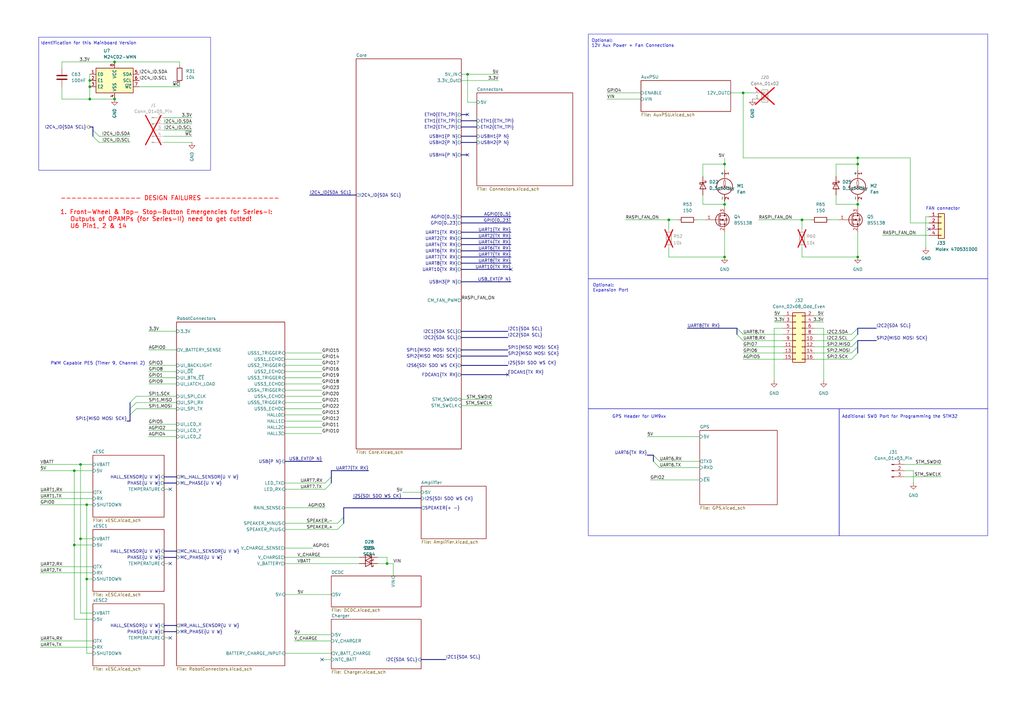
<source format=kicad_sch>
(kicad_sch (version 20250114) (generator "eeschema") (generator_version "9.0")
  (paper "A3")
  (title_block (title "OpenMower SABO Mainboard for Series I & II") (date "2025-02-26") (rev "v0.1") (company "Apeheanger <joerg@ebeling.ws> for OpenMower") (comment 1 "This design is licensed under CC BY-NC 4.0"))
  (lib_symbols
    (symbol "BSS138_1" (pin_names (hide yes))
      (property "Reference" "Q" (at 5.08 1.905 0))
      (property "Value" "BSS138" (at 5.08 0 0))
      (symbol "BSS138_1_1_1"
        (pin input line (at -5.08 0 0) (length 2.54) (name "G") (number "1"))
        (pin passive line (at 2.54 5.08 270) (length 2.54) (name "D") (number "3"))
        (pin passive line (at 2.54 -5.08 90) (length 2.54) (name "S") (number "2"))
      )
    )
    (symbol "Connector:Conn_01x03_Pin" (pin_names (offset 1.016) (hide yes))
      (property "Reference" "J" (at 0 5.08 0))
      (property "Value" "Conn_01x03_Pin" (at 0 -5.08 0))
      (symbol "Conn_01x03_Pin_1_1"
        (pin passive line (at 5.08 2.54 180) (length 3.81) (name "Pin_1") (number "1"))
        (pin passive line (at 5.08 0 180) (length 3.81) (name "Pin_2") (number "2"))
        (pin passive line (at 5.08 -2.54 180) (length 3.81) (name "Pin_3") (number "3"))
      )
    )
    (symbol "Connector:Conn_01x05_Pin" (pin_names (offset 1.016) (hide yes))
      (property "Reference" "J" (at 0 7.62 0))
      (property "Value" "Conn_01x05_Pin" (at 0 -7.62 0))
      (symbol "Conn_01x05_Pin_1_1"
        (pin passive line (at 5.08 5.08 180) (length 3.81) (name "Pin_1") (number "1"))
        (pin passive line (at 5.08 2.54 180) (length 3.81) (name "Pin_2") (number "2"))
        (pin passive line (at 5.08 0 180) (length 3.81) (name "Pin_3") (number "3"))
        (pin passive line (at 5.08 -2.54 180) (length 3.81) (name "Pin_4") (number "4"))
        (pin passive line (at 5.08 -5.08 180) (length 3.81) (name "Pin_5") (number "5"))
      )
    )
    (symbol "Connector_Generic:Conn_01x02" (pin_names (offset 1.016) (hide yes))
      (property "Reference" "J" (at 0 2.54 0))
      (property "Value" "Conn_01x02" (at 0 -5.08 0))
      (symbol "Conn_01x02_1_1"
        (pin passive line (at -5.08 0 0) (length 3.81) (name "Pin_1") (number "1"))
        (pin passive line (at -5.08 -2.54 0) (length 3.81) (name "Pin_2") (number "2"))
      )
    )
    (symbol "Connector_Generic:Conn_01x04" (pin_names (offset 1.016) (hide yes))
      (property "Reference" "J" (at 0 5.08 0))
      (property "Value" "Conn_01x04" (at 0 -7.62 0))
      (symbol "Conn_01x04_1_1"
        (pin passive line (at -5.08 2.54 0) (length 3.81) (name "Pin_1") (number "1"))
        (pin passive line (at -5.08 0 0) (length 3.81) (name "Pin_2") (number "2"))
        (pin passive line (at -5.08 -2.54 0) (length 3.81) (name "Pin_3") (number "3"))
        (pin passive line (at -5.08 -5.08 0) (length 3.81) (name "Pin_4") (number "4"))
      )
    )
    (symbol "Connector_Generic:Conn_02x08_Odd_Even" (pin_names (offset 1.016) (hide yes))
      (property "Reference" "J" (at 1.27 10.16 0))
      (property "Value" "Conn_02x08_Odd_Even" (at 1.27 -12.7 0))
      (symbol "Conn_02x08_Odd_Even_1_1"
        (pin passive line (at -5.08 7.62 0) (length 3.81) (name "Pin_1") (number "1"))
        (pin passive line (at -5.08 5.08 0) (length 3.81) (name "Pin_3") (number "3"))
        (pin passive line (at -5.08 2.54 0) (length 3.81) (name "Pin_5") (number "5"))
        (pin passive line (at -5.08 0 0) (length 3.81) (name "Pin_7") (number "7"))
        (pin passive line (at -5.08 -2.54 0) (length 3.81) (name "Pin_9") (number "9"))
        (pin passive line (at -5.08 -5.08 0) (length 3.81) (name "Pin_11") (number "11"))
        (pin passive line (at -5.08 -7.62 0) (length 3.81) (name "Pin_13") (number "13"))
        (pin passive line (at -5.08 -10.16 0) (length 3.81) (name "Pin_15") (number "15"))
        (pin passive line (at 7.62 7.62 180) (length 3.81) (name "Pin_2") (number "2"))
        (pin passive line (at 7.62 5.08 180) (length 3.81) (name "Pin_4") (number "4"))
        (pin passive line (at 7.62 2.54 180) (length 3.81) (name "Pin_6") (number "6"))
        (pin passive line (at 7.62 0 180) (length 3.81) (name "Pin_8") (number "8"))
        (pin passive line (at 7.62 -2.54 180) (length 3.81) (name "Pin_10") (number "10"))
        (pin passive line (at 7.62 -5.08 180) (length 3.81) (name "Pin_12") (number "12"))
        (pin passive line (at 7.62 -7.62 180) (length 3.81) (name "Pin_14") (number "14"))
        (pin passive line (at 7.62 -10.16 180) (length 3.81) (name "Pin_16") (number "16"))
      )
    )
    (symbol "Device:C" (pin_numbers (hide yes)) (pin_names (offset 0.254))
      (property "Reference" "C" (at 0.635 2.54 0))
      (property "Value" "C" (at 0.635 -2.54 0))
      (symbol "C_1_1"
        (pin passive line (at 0 3.81 270) (length 2.794) (name "~") (number "1"))
        (pin passive line (at 0 -3.81 90) (length 2.794) (name "~") (number "2"))
      )
    )
    (symbol "Device:D_Schottky" (pin_numbers (hide yes)) (pin_names (offset 1.016) (hide yes))
      (property "Reference" "D" (at 0 2.54 0))
      (property "Value" "D_Schottky" (at 0 -2.54 0))
      (symbol "D_Schottky_1_1"
        (pin passive line (at -3.81 0 0) (length 2.54) (name "K") (number "1"))
        (pin passive line (at 3.81 0 180) (length 2.54) (name "A") (number "2"))
      )
    )
    (symbol "Device:R" (pin_numbers (hide yes)) (pin_names (offset 0))
      (property "Reference" "R" (at 2.032 0 90))
      (property "Value" "R" (at 0 0 90))
      (symbol "R_1_1"
        (pin passive line (at 0 3.81 270) (length 1.27) (name "~") (number "1"))
        (pin passive line (at 0 -3.81 90) (length 1.27) (name "~") (number "2"))
      )
    )
    (symbol "Fan_1" (pin_names (offset 0))
      (property "Reference" "M" (at 2.54 5.08 0))
      (property "Value" "Fan" (at 2.54 -2.54 0))
      (symbol "Fan_1_1_1"
        (pin passive line (at 0 7.62 270) (length 2.54) (name "+") (number "1"))
        (pin passive line (at 0 -5.08 90) (length 2.54) (name "-") (number "2"))
      )
    )
    (symbol "Memory_EEPROM:M24C02-WMN"
      (property "Reference" "U" (at -6.35 6.35 0))
      (property "Value" "M24C02-WMN" (at 7.62 6.35 0))
      (symbol "M24C02-WMN_1_1"
        (pin input line (at -10.16 2.54 0) (length 2.54) (name "E0") (number "1"))
        (pin input line (at -10.16 0 0) (length 2.54) (name "E1") (number "2"))
        (pin input line (at -10.16 -2.54 0) (length 2.54) (name "E2") (number "3"))
        (pin power_in line (at 0 7.62 270) (length 2.54) (name "VCC") (number "8"))
        (pin power_in line (at 0 -7.62 90) (length 2.54) (name "VSS") (number "4"))
        (pin bidirectional line (at 10.16 2.54 180) (length 2.54) (name "SDA") (number "5"))
        (pin input line (at 10.16 0 180) (length 2.54) (name "SCL") (number "6"))
        (pin input line (at 10.16 -2.54 180) (length 2.54) (name "~{WC}") (number "7"))
      )
    )
    (symbol "Motor:Fan" (pin_names (offset 0))
      (property "Reference" "M" (at 2.54 5.08 0))
      (property "Value" "Fan" (at 2.54 -2.54 0))
      (symbol "Fan_1_1"
        (pin passive line (at 0 7.62 270) (length 2.54) (name "+") (number "1"))
        (pin passive line (at 0 -5.08 90) (length 2.54) (name "-") (number "2"))
      )
    )
    (symbol "Transistor_FET:BSS138" (pin_names (hide yes))
      (property "Reference" "Q" (at 5.08 1.905 0))
      (property "Value" "BSS138" (at 5.08 0 0))
      (symbol "BSS138_1_1"
        (pin input line (at -5.08 0 0) (length 2.54) (name "G") (number "1"))
        (pin passive line (at 2.54 5.08 270) (length 2.54) (name "D") (number "3"))
        (pin passive line (at 2.54 -5.08 90) (length 2.54) (name "S") (number "2"))
      )
    )
    (symbol "power:GND" (power) (pin_numbers (hide yes)) (pin_names (offset 0) (hide yes))
      (property "Value" "GND" (at 0 -3.81 0))
      (symbol "GND_1_1"
        (pin power_in line (at 0 0 270) (length 0) (name "~") (number "1"))
      )
    )
  )
  (rectangle (start 344.17 167.64) (end 405.13 219.71))
  (rectangle (start 241.3 167.64) (end 344.17 219.71))
  (rectangle (start 15.875 15.24) (end 86.36 69.85))
  (rectangle (start 241.3 13.97) (end 405.13 114.3))
  (rectangle (start 241.3 114.3) (end 405.13 167.64))
  (text "FAN connector\n" (at 379.73 86.36 0) (effects (font (size 1.27 1.27)) (justify left bottom)))
  (text "Additional SWD Port for Programming the STM32" (at 369.062 170.942 0) (effects (font (size 1.27 1.27))))
  (text "Optional:\n12V Aux Power + Fan Connections" (at 242.57 17.78 0) (effects (font (size 1.27 1.27)) (justify left)))
  (text "GPS Header for UM9xx" (at 262.128 170.942 0) (effects (font (size 1.27 1.27))))
  (text "Optional:\nExpansion Port" (at 243.078 118.11 0) (effects (font (size 1.27 1.27)) (justify left)))
  (text "--------------- DESIGN FAILURES --------------\n\n1. Front-Wheel & Top- Stop-Button Emergencies for Series-I:\n   Outputs of OPAMPs (for Series-II) need to get cutted!\n   U6 Pin1, 2 & 14" (at 24.638 87.122 0) (effects (font (size 1.778 1.778) (thickness 0.254) (bold yes)) (justify left)))
  (text "PWM Capable PE5 (Timer 9, Channel 2)" (at 40.132 149.098 0) (effects (font (size 1.27 1.27))))
  (text "Identification for this Mainboard Version" (at 36.322 17.78 0) (effects (font (size 1.27 1.27))))
  (junction (at 46.99 25.4))
  (junction (at 304.8 38.1))
  (junction (at 30.48 223.52))
  (junction (at 35.56 237.49))
  (junction (at 351.79 67.31))
  (junction (at 36.83 35.56))
  (junction (at 33.02 190.5))
  (junction (at 36.83 33.02))
  (junction (at 158.75 231.14))
  (junction (at 30.48 193.04))
  (junction (at 328.93 90.17))
  (junction (at 297.18 83.82))
  (junction (at 274.32 90.17))
  (junction (at 35.56 207.01))
  (junction (at 36.83 40.64))
  (junction (at 351.79 83.82))
  (junction (at 191.77 30.48))
  (junction (at 33.02 220.98))
  (junction (at 297.18 67.31))
  (junction (at 351.79 64.77))
  (junction (at 46.99 40.64))
  (junction (at 297.18 105.41))
  (junction (at 351.79 105.41))
  (no_connect (at 191.77 46.99))
  (no_connect (at 69.85 231.14))
  (no_connect (at 209.55 110.49))
  (no_connect (at 69.85 261.62))
  (no_connect (at 69.85 200.66))
  (no_connect (at 208.28 153.67))
  (no_connect (at 381 93.98))
  (no_connect (at 191.77 63.5))
  (no_connect (at 132.08 270.51))
  (bus_entry (at 38.1 53.34) (size 2.54 2.54))
  (bus_entry (at 302.26 134.62) (size 2.54 2.54))
  (bus_entry (at 267.97 186.69) (size 2.54 2.54))
  (bus_entry (at 351.79 139.7) (size -2.54 2.54))
  (bus_entry (at 351.79 142.24) (size -2.54 2.54))
  (bus_entry (at 351.79 144.78) (size -2.54 2.54))
  (bus_entry (at 38.1 55.88) (size 2.54 2.54))
  (bus_entry (at 53.34 167.64) (size 2.54 -2.54))
  (bus_entry (at 138.43 217.17) (size 2.54 -2.54))
  (bus_entry (at 133.35 198.12) (size 2.54 -2.54))
  (bus_entry (at 267.97 189.23) (size 2.54 2.54))
  (bus_entry (at 138.43 214.63) (size 2.54 -2.54))
  (bus_entry (at 53.34 165.1) (size 2.54 -2.54))
  (bus_entry (at 302.26 137.16) (size 2.54 2.54))
  (bus_entry (at 351.79 137.16) (size -2.54 2.54))
  (bus_entry (at 133.35 200.66) (size 2.54 -2.54))
  (bus_entry (at 53.34 170.18) (size 2.54 -2.54))
  (bus_entry (at 351.79 134.62) (size -2.54 2.54))
  (wire (pts (xy 30.48 223.52) (xy 38.1 223.52)))
  (wire (pts (xy 73.66 26.67) (xy 73.66 25.4)))
  (wire (pts (xy 370.84 195.58) (xy 386.08 195.58)))
  (bus (pts (xy 189.23 153.67) (xy 208.28 153.67)))
  (wire (pts (xy 60.96 173.99) (xy 72.39 173.99)))
  (wire (pts (xy 351.79 64.77) (xy 351.79 67.31)))
  (wire (pts (xy 288.29 80.01) (xy 288.29 83.82)))
  (wire (pts (xy 16.51 234.95) (xy 38.1 234.95)))
  (wire (pts (xy 67.31 231.14) (xy 69.85 231.14)))
  (wire (pts (xy 191.77 41.91) (xy 191.77 30.48)))
  (wire (pts (xy 285.75 90.17) (xy 289.56 90.17)))
  (wire (pts (xy 337.82 134.62) (xy 334.01 134.62)))
  (wire (pts (xy 16.51 204.47) (xy 38.1 204.47)))
  (wire (pts (xy 311.15 90.17) (xy 328.93 90.17)))
  (wire (pts (xy 116.84 162.56) (xy 132.08 162.56)))
  (wire (pts (xy 36.83 33.02) (xy 36.83 35.56)))
  (bus (pts (xy 302.26 134.62) (xy 281.94 134.62)))
  (bus (pts (xy 189.23 58.42) (xy 195.58 58.42)))
  (wire (pts (xy 342.9 83.82) (xy 351.79 83.82)))
  (bus (pts (xy 53.34 172.72) (xy 53.34 170.18)))
  (bus (pts (xy 67.31 228.6) (xy 72.39 228.6)))
  (wire (pts (xy 288.29 67.31) (xy 297.18 67.31)))
  (wire (pts (xy 116.84 157.48) (xy 132.08 157.48)))
  (bus (pts (xy 189.23 100.33) (xy 209.55 100.33)))
  (bus (pts (xy 38.1 52.07) (xy 38.1 53.34)))
  (wire (pts (xy 116.84 172.72) (xy 132.08 172.72)))
  (wire (pts (xy 256.54 90.17) (xy 274.32 90.17)))
  (wire (pts (xy 116.84 149.86) (xy 132.08 149.86)))
  (wire (pts (xy 60.96 176.53) (xy 72.39 176.53)))
  (wire (pts (xy 381 91.44) (xy 373.38 91.44)))
  (bus (pts (xy 67.31 198.12) (xy 72.39 198.12)))
  (wire (pts (xy 342.9 80.01) (xy 342.9 83.82)))
  (bus (pts (xy 189.23 135.89) (xy 208.28 135.89)))
  (wire (pts (xy 265.43 179.07) (xy 287.02 179.07)))
  (wire (pts (xy 73.66 35.56) (xy 73.66 34.29)))
  (wire (pts (xy 116.84 175.26) (xy 132.08 175.26)))
  (wire (pts (xy 297.18 105.41) (xy 297.18 95.25)))
  (wire (pts (xy 35.56 267.97) (xy 38.1 267.97)))
  (bus (pts (xy 189.23 107.95) (xy 209.55 107.95)))
  (wire (pts (xy 297.18 67.31) (xy 297.18 69.85)))
  (wire (pts (xy 116.84 267.97) (xy 135.89 267.97)))
  (wire (pts (xy 274.32 90.17) (xy 278.13 90.17)))
  (wire (pts (xy 299.72 38.1) (xy 304.8 38.1)))
  (wire (pts (xy 25.4 25.4) (xy 25.4 27.94)))
  (bus (pts (xy 52.07 172.72) (xy 53.34 172.72)))
  (wire (pts (xy 116.84 224.79) (xy 128.27 224.79)))
  (wire (pts (xy 25.4 35.56) (xy 25.4 40.64)))
  (wire (pts (xy 30.48 193.04) (xy 38.1 193.04)))
  (wire (pts (xy 328.93 105.41) (xy 351.79 105.41)))
  (wire (pts (xy 60.96 157.48) (xy 72.39 157.48)))
  (wire (pts (xy 30.48 223.52) (xy 30.48 254)))
  (bus (pts (xy 351.79 142.24) (xy 351.79 144.78)))
  (wire (pts (xy 342.9 67.31) (xy 351.79 67.31)))
  (wire (pts (xy 30.48 193.04) (xy 30.48 223.52)))
  (wire (pts (xy 297.18 83.82) (xy 297.18 85.09)))
  (wire (pts (xy 60.96 154.94) (xy 72.39 154.94)))
  (bus (pts (xy 189.23 52.07) (xy 195.58 52.07)))
  (wire (pts (xy 116.84 154.94) (xy 132.08 154.94)))
  (wire (pts (xy 60.96 149.86) (xy 72.39 149.86)))
  (bus (pts (xy 189.23 149.86) (xy 208.28 149.86)))
  (wire (pts (xy 328.93 93.98) (xy 328.93 90.17)))
  (bus (pts (xy 189.23 55.88) (xy 195.58 55.88)))
  (wire (pts (xy 33.02 251.46) (xy 38.1 251.46)))
  (wire (pts (xy 116.84 200.66) (xy 133.35 200.66)))
  (wire (pts (xy 120.65 262.89) (xy 135.89 262.89)))
  (wire (pts (xy 36.83 30.48) (xy 36.83 33.02)))
  (bus (pts (xy 189.23 49.53) (xy 195.58 49.53)))
  (bus (pts (xy 302.26 134.62) (xy 302.26 137.16)))
  (wire (pts (xy 132.08 270.51) (xy 135.89 270.51)))
  (wire (pts (xy 195.58 41.91) (xy 191.77 41.91)))
  (wire (pts (xy 57.15 35.56) (xy 73.66 35.56)))
  (wire (pts (xy 154.94 228.6) (xy 158.75 228.6)))
  (bus (pts (xy 67.31 256.54) (xy 72.39 256.54)))
  (wire (pts (xy 135.89 260.35) (xy 120.65 260.35)))
  (wire (pts (xy 116.84 208.28) (xy 133.35 208.28)))
  (wire (pts (xy 55.88 165.1) (xy 72.39 165.1)))
  (wire (pts (xy 361.95 96.52) (xy 381 96.52)))
  (wire (pts (xy 304.8 144.78) (xy 321.31 144.78)))
  (bus (pts (xy 189.23 105.41) (xy 209.55 105.41)))
  (bus (pts (xy 53.34 167.64) (xy 53.34 165.1)))
  (wire (pts (xy 116.84 177.8) (xy 132.08 177.8)))
  (wire (pts (xy 189.23 166.37) (xy 201.93 166.37)))
  (wire (pts (xy 288.29 72.39) (xy 288.29 67.31)))
  (bus (pts (xy 189.23 88.9) (xy 209.55 88.9)))
  (wire (pts (xy 33.02 220.98) (xy 38.1 220.98)))
  (bus (pts (xy 67.31 259.08) (xy 72.39 259.08)))
  (wire (pts (xy 342.9 72.39) (xy 342.9 67.31)))
  (wire (pts (xy 317.5 129.54) (xy 321.31 129.54)))
  (wire (pts (xy 191.77 30.48) (xy 204.47 30.48)))
  (wire (pts (xy 370.84 193.04) (xy 374.65 193.04)))
  (wire (pts (xy 78.74 55.88) (xy 67.31 55.88)))
  (wire (pts (xy 317.5 132.08) (xy 321.31 132.08)))
  (wire (pts (xy 78.74 53.34) (xy 67.31 53.34)))
  (wire (pts (xy 317.5 156.21) (xy 317.5 134.62)))
  (wire (pts (xy 154.94 231.14) (xy 158.75 231.14)))
  (wire (pts (xy 55.88 167.64) (xy 72.39 167.64)))
  (wire (pts (xy 116.84 198.12) (xy 133.35 198.12)))
  (bus (pts (xy 140.97 214.63) (xy 140.97 212.09)))
  (wire (pts (xy 328.93 101.6) (xy 328.93 105.41)))
  (wire (pts (xy 33.02 190.5) (xy 33.02 220.98)))
  (wire (pts (xy 189.23 163.83) (xy 201.93 163.83)))
  (wire (pts (xy 67.31 200.66) (xy 69.85 200.66)))
  (wire (pts (xy 116.84 170.18) (xy 132.08 170.18)))
  (wire (pts (xy 270.51 189.23) (xy 287.02 189.23)))
  (wire (pts (xy 16.51 193.04) (xy 30.48 193.04)))
  (bus (pts (xy 144.78 204.47) (xy 172.72 204.47)))
  (bus (pts (xy 265.43 186.69) (xy 267.97 186.69)))
  (wire (pts (xy 304.8 64.77) (xy 304.8 38.1)))
  (bus (pts (xy 189.23 110.49) (xy 209.55 110.49)))
  (wire (pts (xy 321.31 147.32) (xy 304.8 147.32)))
  (wire (pts (xy 304.8 139.7) (xy 321.31 139.7)))
  (wire (pts (xy 370.84 190.5) (xy 386.08 190.5)))
  (wire (pts (xy 334.01 139.7) (xy 349.25 139.7)))
  (wire (pts (xy 158.75 231.14) (xy 161.29 231.14)))
  (wire (pts (xy 340.36 90.17) (xy 344.17 90.17)))
  (wire (pts (xy 60.96 152.4) (xy 72.39 152.4)))
  (wire (pts (xy 270.51 191.77) (xy 287.02 191.77)))
  (wire (pts (xy 116.84 231.14) (xy 147.32 231.14)))
  (bus (pts (xy 351.79 139.7) (xy 351.79 142.24)))
  (bus (pts (xy 189.23 97.79) (xy 209.55 97.79)))
  (wire (pts (xy 337.82 132.08) (xy 334.01 132.08)))
  (bus (pts (xy 189.23 138.43) (xy 208.28 138.43)))
  (wire (pts (xy 36.83 35.56) (xy 36.83 40.64)))
  (bus (pts (xy 189.23 115.57) (xy 209.55 115.57)))
  (wire (pts (xy 30.48 254) (xy 38.1 254)))
  (wire (pts (xy 248.92 38.1) (xy 262.89 38.1)))
  (bus (pts (xy 127 80.01) (xy 146.05 80.01)))
  (wire (pts (xy 33.02 190.5) (xy 38.1 190.5)))
  (bus (pts (xy 116.84 189.23) (xy 132.08 189.23)))
  (wire (pts (xy 297.18 82.55) (xy 297.18 83.82)))
  (wire (pts (xy 334.01 142.24) (xy 349.25 142.24)))
  (bus (pts (xy 189.23 102.87) (xy 209.55 102.87)))
  (wire (pts (xy 334.01 147.32) (xy 349.25 147.32)))
  (wire (pts (xy 161.29 231.14) (xy 161.29 236.22)))
  (wire (pts (xy 288.29 83.82) (xy 297.18 83.82)))
  (bus (pts (xy 36.83 52.07) (xy 38.1 52.07)))
  (wire (pts (xy 35.56 237.49) (xy 35.56 267.97)))
  (wire (pts (xy 248.92 40.64) (xy 262.89 40.64)))
  (wire (pts (xy 334.01 144.78) (xy 349.25 144.78)))
  (wire (pts (xy 297.18 64.77) (xy 297.18 67.31)))
  (wire (pts (xy 35.56 207.01) (xy 35.56 237.49)))
  (wire (pts (xy 351.79 67.31) (xy 351.79 69.85)))
  (bus (pts (xy 189.23 146.05) (xy 208.28 146.05)))
  (wire (pts (xy 116.84 165.1) (xy 132.08 165.1)))
  (bus (pts (xy 189.23 143.51) (xy 208.28 143.51)))
  (wire (pts (xy 116.84 160.02) (xy 132.08 160.02)))
  (bus (pts (xy 189.23 95.25) (xy 209.55 95.25)))
  (wire (pts (xy 381 88.9) (xy 379.73 88.9)))
  (wire (pts (xy 72.39 135.89) (xy 60.96 135.89)))
  (wire (pts (xy 16.51 232.41) (xy 38.1 232.41)))
  (bus (pts (xy 267.97 186.69) (xy 267.97 189.23)))
  (wire (pts (xy 73.66 25.4) (xy 46.99 25.4)))
  (wire (pts (xy 116.84 152.4) (xy 132.08 152.4)))
  (bus (pts (xy 189.23 63.5) (xy 191.77 63.5)))
  (wire (pts (xy 40.64 55.88) (xy 53.34 55.88)))
  (wire (pts (xy 304.8 137.16) (xy 321.31 137.16)))
  (wire (pts (xy 351.79 64.77) (xy 304.8 64.77)))
  (wire (pts (xy 379.73 88.9) (xy 379.73 101.6)))
  (wire (pts (xy 116.84 214.63) (xy 138.43 214.63)))
  (wire (pts (xy 334.01 137.16) (xy 349.25 137.16)))
  (wire (pts (xy 33.02 220.98) (xy 33.02 251.46)))
  (wire (pts (xy 351.79 83.82) (xy 351.79 85.09)))
  (wire (pts (xy 60.96 179.07) (xy 72.39 179.07)))
  (bus (pts (xy 359.41 134.62) (xy 351.79 134.62)))
  (bus (pts (xy 140.97 208.28) (xy 172.72 208.28)))
  (wire (pts (xy 317.5 134.62) (xy 321.31 134.62)))
  (bus (pts (xy 140.97 212.09) (xy 140.97 208.28)))
  (bus (pts (xy 189.23 91.44) (xy 209.55 91.44)))
  (bus (pts (xy 53.34 167.64) (xy 53.34 170.18)))
  (wire (pts (xy 35.56 237.49) (xy 38.1 237.49)))
  (wire (pts (xy 189.23 30.48) (xy 191.77 30.48)))
  (bus (pts (xy 151.13 193.04) (xy 135.89 193.04)))
  (wire (pts (xy 116.84 167.64) (xy 132.08 167.64)))
  (wire (pts (xy 38.1 207.01) (xy 35.56 207.01)))
  (wire (pts (xy 266.7 196.85) (xy 287.02 196.85)))
  (bus (pts (xy 67.31 226.06) (xy 72.39 226.06)))
  (wire (pts (xy 16.51 190.5) (xy 33.02 190.5)))
  (wire (pts (xy 60.96 143.51) (xy 72.39 143.51)))
  (wire (pts (xy 55.88 162.56) (xy 72.39 162.56)))
  (bus (pts (xy 67.31 195.58) (xy 72.39 195.58)))
  (wire (pts (xy 158.75 228.6) (xy 158.75 231.14)))
  (wire (pts (xy 78.74 58.42) (xy 67.31 58.42)))
  (bus (pts (xy 135.89 193.04) (xy 135.89 195.58)))
  (wire (pts (xy 274.32 101.6) (xy 274.32 105.41)))
  (wire (pts (xy 337.82 156.21) (xy 337.82 134.62)))
  (wire (pts (xy 374.65 193.04) (xy 374.65 198.12)))
  (wire (pts (xy 304.8 142.24) (xy 321.31 142.24)))
  (wire (pts (xy 274.32 93.98) (xy 274.32 90.17)))
  (wire (pts (xy 116.84 243.84) (xy 135.89 243.84)))
  (wire (pts (xy 40.64 58.42) (xy 53.34 58.42)))
  (wire (pts (xy 373.38 64.77) (xy 373.38 91.44)))
  (wire (pts (xy 116.84 147.32) (xy 132.08 147.32)))
  (wire (pts (xy 328.93 90.17) (xy 332.74 90.17)))
  (wire (pts (xy 304.8 38.1) (xy 308.61 38.1)))
  (bus (pts (xy 351.79 134.62) (xy 351.79 137.16)))
  (wire (pts (xy 165.1 201.93) (xy 172.72 201.93)))
  (bus (pts (xy 135.89 195.58) (xy 135.89 198.12)))
  (wire (pts (xy 67.31 261.62) (xy 69.85 261.62)))
  (wire (pts (xy 116.84 228.6) (xy 147.32 228.6)))
  (bus (pts (xy 189.23 46.99) (xy 191.77 46.99)))
  (wire (pts (xy 274.32 105.41) (xy 297.18 105.41)))
  (wire (pts (xy 78.74 48.26) (xy 67.31 48.26)))
  (wire (pts (xy 116.84 217.17) (xy 138.43 217.17)))
  (wire (pts (xy 16.51 262.89) (xy 38.1 262.89)))
  (wire (pts (xy 25.4 40.64) (xy 36.83 40.64)))
  (wire (pts (xy 16.51 201.93) (xy 38.1 201.93)))
  (wire (pts (xy 46.99 25.4) (xy 25.4 25.4)))
  (wire (pts (xy 78.74 50.8) (xy 67.31 50.8)))
  (wire (pts (xy 16.51 265.43) (xy 38.1 265.43)))
  (wire (pts (xy 351.79 105.41) (xy 351.79 95.25)))
  (wire (pts (xy 16.51 207.01) (xy 35.56 207.01)))
  (wire (pts (xy 351.79 82.55) (xy 351.79 83.82)))
  (wire (pts (xy 189.23 33.02) (xy 204.47 33.02)))
  (bus (pts (xy 172.72 270.51) (xy 182.88 270.51)))
  (wire (pts (xy 116.84 144.78) (xy 132.08 144.78)))
  (bus (pts (xy 38.1 53.34) (xy 38.1 55.88)))
  (wire (pts (xy 36.83 40.64) (xy 46.99 40.64)))
  (bus (pts (xy 359.41 139.7) (xy 351.79 139.7)))
  (wire (pts (xy 337.82 129.54) (xy 334.01 129.54)))
  (wire (pts (xy 351.79 64.77) (xy 373.38 64.77)))
  (label "STM_SWDIO" (at 386.08 190.5 180))
  (label "5V" (at 16.51 193.04 0))
  (label "UART4{TX RX}" (at 209.55 100.33 180))
  (label "GPIO[0..23]" (at 209.55 91.44 180))
  (label "GPIO5" (at 60.96 173.99 0))
  (label "RASPI_FAN_ON" (at 189.23 123.19 0))
  (label "UART8.TX" (at 304.8 137.16 0))
  (label "UART7.RX" (at 123.19 198.12 0))
  (label "SPI1.SCK" (at 60.96 162.56 0))
  (label "UART10{TX RX}" (at 209.55 110.49 180))
  (label "I2C4_ID.SCL" (at 53.34 58.42 180))
  (label "AGPIO3" (at 133.35 208.28 180))
  (label "AGPIO5" (at 304.8 147.32 0))
  (label "I2C2.SDA" (at 339.09 137.16 0))
  (label "STM_SWDIO" (at 201.93 163.83 180))
  (label "AGPIO2" (at 60.96 176.53 0))
  (label "GPIO15" (at 132.08 144.78 0))
  (label "I2C4_ID{SDA SCL}" (at 127 80.01 0))
  (label "UART4.TX" (at 16.51 265.43 0))
  (label "UART7{TX RX}" (at 151.13 193.04 180))
  (label "STM_SWCLK" (at 386.08 195.58 180))
  (label "5V" (at 120.65 260.35 0))
  (label "GPIO23" (at 132.08 160.02 0))
  (label "FDCAN1{TX RX}" (at 208.28 153.67 0))
  (label "AGPIO[0..5]" (at 209.55 88.9 180))
  (label "SPI2.MOSI" (at 339.09 144.78 0))
  (label "SPI1.MOSI" (at 60.96 167.64 0))
  (label "RASPI_FAN_ON" (at 361.95 96.52 0))
  (label "GPIO0" (at 16.51 207.01 0))
  (label "UART7.TX" (at 123.19 200.66 0))
  (label "3.3V" (at 36.83 25.4 180))
  (label "I2S{SDI SDO WS CK}" (at 144.78 204.47 0))
  (label "UART1.RX" (at 16.51 201.93 0))
  (label "I2C4_ID.SDA" (at 57.15 30.48 0))
  (label "GPIO10" (at 132.08 177.8 0))
  (label "I2C4_ID.SCL" (at 57.15 33.02 0))
  (label "I2C2{SDA SCL}" (at 208.28 138.43 0))
  (label "UART8{TX RX}" (at 281.94 134.62 0))
  (label "SPI2{MISO MOSI SCK}" (at 208.28 146.05 0))
  (label "5V" (at 317.5 129.54 0))
  (label "I2C4_ID.SDA" (at 78.74 50.8 180))
  (label "GPIO14" (at 132.08 147.32 0))
  (label "5V" (at 165.1 201.93 180))
  (label "3.3V" (at 317.5 132.08 0))
  (label "5V" (at 204.47 30.48 180))
  (label "GPIO11" (at 132.08 175.26 0))
  (label "GPIO16" (at 132.08 152.4 0))
  (label "3.3V" (at 337.82 132.08 180))
  (label "UART2.TX" (at 16.51 234.95 0))
  (label "RASPI_FAN_ON" (at 256.54 90.17 0))
  (label "5V" (at 265.43 179.07 0))
  (label "UART4.RX" (at 16.51 262.89 0))
  (label "AGPIO0" (at 60.96 143.51 0))
  (label "GPIO17" (at 132.08 149.86 0))
  (label "SPI1{MISO MOSI SCK}" (at 208.28 143.51 0))
  (label "GPIO8" (at 60.96 152.4 0))
  (label "GPIO12" (at 132.08 172.72 0))
  (label "AGPIO4" (at 60.96 179.07 0))
  (label "~{WC}" (at 78.74 55.88 180))
  (label "GPIO9" (at 60.96 157.48 0))
  (label "GPIO13" (at 132.08 170.18 0))
  (label "5V" (at 337.82 129.54 180))
  (label "I2C1{SDA SCL}" (at 182.88 270.51 0))
  (label "GPIO20" (at 132.08 162.56 0))
  (label "GPIO2" (at 266.7 196.85 0))
  (label "I2C4_ID.SDA" (at 53.34 55.88 180))
  (label "SPI2{MISO MOSI SCK}" (at 359.41 139.7 0))
  (label "AGPIO1" (at 128.27 224.79 0))
  (label "SPEAKER.-" (at 125.73 214.63 0))
  (label "UART6{TX RX}" (at 265.43 186.69 180))
  (label "I2C4_ID.SCL" (at 78.74 53.34 180))
  (label "STM_SWCLK" (at 201.93 166.37 180))
  (label "GPIO21" (at 132.08 165.1 0))
  (label "I2C2.SCL" (at 339.09 139.7 0))
  (label "GPIO7" (at 304.8 142.24 0))
  (label "UART6.RX" (at 270.51 189.23 0))
  (label "VIN" (at 161.29 231.14 0))
  (label "V_CHARGE" (at 121.92 228.6 0))
  (label "3.3V" (at 60.96 135.89 0))
  (label "VIN" (at 248.92 40.64 0))
  (label "I2S{SDI SDO WS CK}" (at 208.28 149.86 0))
  (label "GPIO1" (at 60.96 154.94 0))
  (label "VBATT" (at 121.92 231.14 0))
  (label "I2C1{SDA SCL}" (at 208.28 135.89 0))
  (label "UART6{TX RX}" (at 209.55 102.87 180))
  (label "VBATT" (at 16.51 190.5 0))
  (label "V_CHARGE" (at 120.65 262.89 0))
  (label "SPEAKER.+" (at 125.73 217.17 0))
  (label "GPIO6" (at 304.8 144.78 0))
  (label "GPIO4" (at 248.92 38.1 0))
  (label "3.3V" (at 78.74 48.26 180))
  (label "RASPI_FAN_ON" (at 311.15 90.17 0))
  (label "UART8{TX RX}" (at 209.55 107.95 180))
  (label "UART6.TX" (at 270.51 191.77 0))
  (label "GPIO22" (at 132.08 167.64 0))
  (label "5V" (at 297.18 64.77 180))
  (label "UART2.RX" (at 16.51 232.41 0))
  (label "SPI2.MISO" (at 339.09 142.24 0))
  (label "5V" (at 124.46 243.84 180))
  (label "UART2{TX RX}" (at 209.55 97.79 180))
  (label "UART7{TX RX}" (at 209.55 105.41 180))
  (label "USB_EXT{P N}" (at 132.08 189.23 180))
  (label "SPI2.SCK" (at 339.09 147.32 0))
  (label "GPIO18" (at 132.08 157.48 0))
  (label "GPIO19" (at 132.08 154.94 0))
  (label "UART1.TX" (at 16.51 204.47 0))
  (label "SPI1{MISO MOSI SCK}" (at 52.07 172.72 180))
  (label "~{WC}" (at 73.66 35.56 180))
  (label "I2C2{SDA SCL}" (at 359.41 134.62 0))
  (label "USB_EXT{P N}" (at 209.55 115.57 180))
  (label "SPI1.MISO" (at 60.96 165.1 0))
  (label "UART1{TX RX}" (at 209.55 95.25 180))
  (label "3.3V" (at 204.47 33.02 180))
  (label "UART8.RX" (at 304.8 139.7 0))
  (label "GPIO3" (at 60.96 149.86 0))
  (hierarchical_label "I2C4_ID{SDA SCL}" (shape output) (at 36.83 52.07 180))
  (symbol (lib_id "Connector_Generic:Conn_02x08_Odd_Even") (at 326.39 137.16 0) (unit 1)
    (property "Reference" "J32" (at 327.66 123.19 0))
    (property "Value" "Conn_02x08_Odd_Even" (at 327.66 125.73 0))
    (property "Footprint" "Connector_PinHeader_2.54mm:PinHeader_2x08_P2.54mm_Vertical" (effects (hide yes)))
    (property "Description" "Generic connector, double row, 02x08, odd/even pin numbering scheme (row 1 odd numbers, row 2 even numbers), script generated (kicad-library-utils/schlib/autogen/connector/)" (effects (hide yes)))
    (property "JLC" "C779499" (effects (hide yes)))
    (property "FT Rotation Offset" "90" (effects (hide yes)))
  )
  (symbol (lib_id "Connector:Conn_01x03_Pin") (at 365.76 193.04 0) (unit 1)
    (property "Reference" "J31" (at 366.395 185.42 0))
    (property "Value" "Conn_01x03_Pin" (at 366.395 187.96 0))
    (property "Footprint" "Connector_PinHeader_2.54mm:PinHeader_1x03_P2.54mm_Vertical" (effects (hide yes)))
    (property "Description" "Generic connector, single row, 01x03, script generated" (effects (hide yes)))
    (property "JLC" "C6332196" (effects (hide yes)))
    (property "FT Rotation Offset" "90" (effects (hide yes)))
  )
  (symbol (lib_name "Fan_1") (lib_id "Motor:Fan") (at 351.79 77.47 0) (unit 1)
    (property "Reference" "M2" (at 356.87 76.1999 0) (effects (justify left)))
    (property "Value" "Fan" (at 356.87 78.7399 0) (effects (justify left)))
    (property "Footprint" "Connector_PinHeader_2.54mm:PinHeader_1x02_P2.54mm_Vertical" (effects (hide yes)))
    (property "Description" "Fan" (effects (hide yes)))
    (property "Stock_PN" "J-TH-1x2-.1" (effects (hide yes)))
    (property "JLC" "C2935908" (effects (hide yes)))
    (property "FT Rotation Offset" "90" (effects (hide yes)))
  )
  (symbol (lib_id "Device:D_Schottky") (at 151.13 228.6 180) (unit 1)
    (property "Reference" "D28" (at 151.4475 222.25 0))
    (property "Value" "SS54" (at 151.4475 224.79 0))
    (property "Footprint" "Diode_SMD:D_SMA" (effects (hide yes)))
    (property "Digikey" "3757-SB54AFC_R1_00001CT-ND" (effects (hide yes)))
    (property "Stock_PN" "D-SMA-Schottky-40V-5A" (effects (hide yes)))
    (property "JLC" "C22452" (effects (hide yes)))
  )
  (symbol (lib_name "BSS138_1") (lib_id "Transistor_FET:BSS138") (at 349.25 90.17 0) (unit 1)
    (property "Reference" "Q5" (at 355.6 88.8999 0) (effects (justify left)))
    (property "Value" "BSS138" (at 355.6 91.4399 0) (effects (justify left)))
    (property "Footprint" "Package_TO_SOT_SMD:SOT-23" (effects (hide yes)))
    (property "Datasheet" "https://www.onsemi.com/pub/Collateral/BSS138-D.PDF" (effects (hide yes)))
    (property "Description" "50V Vds, 0.22A Id, N-Channel MOSFET, SOT-23" (effects (hide yes)))
    (property "Stock_PN" "Q-AP2300" (effects (hide yes)))
    (property "Digikey" "BSS138K-13DICT-ND" (effects (hide yes)))
    (property "JLC" "C3040446" (effects (hide yes)))
  )
  (symbol (lib_id "power:GND") (at 46.99 40.64 0) (mirror y) (unit 1)
    (property "Reference" "#PWR066" (effects (hide yes)))
    (property "Value" "GND" (at 46.9901 44.45 90) (effects (justify right)))
    (property "Description" "Power symbol creates a global label with name \"GND\" , ground" (effects (hide yes)))
  )
  (symbol (lib_id "Motor:Fan") (at 297.18 77.47 0) (unit 1)
    (property "Reference" "M1" (at 302.26 76.1999 0) (effects (justify left)))
    (property "Value" "Fan" (at 302.26 78.7399 0) (effects (justify left)))
    (property "Footprint" "Connector_PinHeader_2.54mm:PinHeader_1x02_P2.54mm_Vertical" (effects (hide yes)))
    (property "Description" "Fan" (effects (hide yes)))
    (property "Stock_PN" "J-TH-1x2-.1" (effects (hide yes)))
    (property "JLC" "C2935908" (effects (hide yes)))
    (property "FT Rotation Offset" "90" (effects (hide yes)))
  )
  (symbol (lib_id "Device:R") (at 274.32 97.79 180) (unit 1) (dnp yes)
    (property "Reference" "R52" (at 276.098 96.8815 0) (effects (justify right)))
    (property "Value" "10k" (at 276.098 99.6566 0) (effects (justify right)))
    (property "Footprint" "Resistor_SMD:R_0805_2012Metric_Pad1.20x1.40mm_HandSolder" (effects (hide yes)))
    (property "Digikey" "738-RMCF0805FG10K0CT-ND" (effects (hide yes)))
    (property "Stock_PN" "R-805-10K-.125W-1%" (effects (hide yes)))
    (property "JLC" "C17414" (effects (hide yes)))
  )
  (symbol (lib_id "Device:D_Schottky") (at 151.13 231.14 180) (unit 1)
    (property "Reference" "D15" (at 151.4475 224.79 0))
    (property "Value" "SS54" (at 151.384 227.33 0))
    (property "Footprint" "Diode_SMD:D_SMA" (effects (hide yes)))
    (property "Digikey" "3757-SB54AFC_R1_00001CT-ND" (effects (hide yes)))
    (property "Stock_PN" "D-SMA-Schottky-40V-5A" (effects (hide yes)))
    (property "JLC" "C22452" (effects (hide yes)))
  )
  (symbol (lib_id "Memory_EEPROM:M24C02-WMN") (at 46.99 33.02 0) (unit 1)
    (property "Reference" "U7" (at 42.418 20.828 0) (effects (justify left)))
    (property "Value" "M24C02-WMN" (at 42.418 23.368 0) (effects (justify left)))
    (property "Footprint" "Package_SO:SOIC-8_3.9x4.9mm_P1.27mm" (effects (hide yes)))
    (property "Datasheet" "http://www.st.com/content/ccc/resource/technical/document/datasheet/b0/d8/50/40/5a/85/49/6f/DM00071904.pdf/files/DM00071904.pdf/jcr:content/translations/en.DM00071904.pdf" (effects (hide yes)))
    (property "Description" "2Kb (256x8) I2C Serial EEPROM, 2.5-5.5V, SOIC-8" (effects (hide yes)))
    (property "JLC" "C7562" (effects (hide yes)))
  )
  (symbol (lib_id "Transistor_FET:BSS138") (at 294.64 90.17 0) (unit 1)
    (property "Reference" "Q4" (at 300.99 88.8999 0) (effects (justify left)))
    (property "Value" "BSS138" (at 300.99 91.4399 0) (effects (justify left)))
    (property "Footprint" "Package_TO_SOT_SMD:SOT-23" (effects (hide yes)))
    (property "Datasheet" "https://www.onsemi.com/pub/Collateral/BSS138-D.PDF" (effects (hide yes)))
    (property "Description" "50V Vds, 0.22A Id, N-Channel MOSFET, SOT-23" (effects (hide yes)))
    (property "Stock_PN" "Q-AP2300" (effects (hide yes)))
    (property "Digikey" "BSS138K-13DICT-ND" (effects (hide yes)))
    (property "JLC" "C3040446" (effects (hide yes)))
  )
  (symbol (lib_id "power:GND") (at 308.61 40.64 0) (mirror y) (unit 1)
    (property "Reference" "#PWR019" (effects (hide yes)))
    (property "Value" "GND" (at 308.6101 44.45 90) (effects (justify right)))
    (property "Description" "Power symbol creates a global label with name \"GND\" , ground" (effects (hide yes)))
  )
  (symbol (lib_id "Device:R") (at 73.66 30.48 0) (unit 1)
    (property "Reference" "R31" (at 76.2 29.2099 0) (effects (justify left)))
    (property "Value" "10k" (at 76.2 31.7499 0) (effects (justify left)))
    (property "Footprint" "Resistor_SMD:R_0402_1005Metric" (effects (hide yes)))
    (property "Description" "62.5mW Thick Film Resistors 50V ±100ppm/℃ ±1% 10kΩ 0402 Chip Resistor" (effects (hide yes)))
    (property "JLC" "C25744" (effects (hide yes)))
  )
  (symbol (lib_id "power:GND") (at 317.5 156.21 0) (unit 1)
    (property "Reference" "#PWR0148" (effects (hide yes)))
    (property "Value" "GND" (at 317.5 161.29 0))
  )
  (symbol (lib_id "power:GND") (at 351.79 105.41 0) (unit 1)
    (property "Reference" "#PWR0153" (effects (hide yes)))
    (property "Value" "GND" (at 351.79 110.49 0))
  )
  (symbol (lib_id "Connector:Conn_01x05_Pin") (at 62.23 53.34 0) (unit 1) (in_bom no) (dnp yes)
    (property "Reference" "J1" (at 62.865 43.18 0))
    (property "Value" "Conn_01x05_Pin" (at 62.865 45.72 0))
    (property "Footprint" "Connector_PinHeader_2.54mm:PinHeader_1x05_P2.54mm_Vertical" (effects (hide yes)))
    (property "Description" "Generic connector, single row, 01x05, script generated" (effects (hide yes)))
    (property "JLC" "C6332198" (effects (hide yes)))
  )
  (symbol (lib_id "power:GND") (at 297.18 105.41 0) (unit 1)
    (property "Reference" "#PWR0120" (effects (hide yes)))
    (property "Value" "GND" (at 297.18 110.49 0))
  )
  (symbol (lib_id "power:GND") (at 374.65 198.12 0) (unit 1)
    (property "Reference" "#PWR054" (effects (hide yes)))
    (property "Value" "GND" (at 374.65 203.2 0))
  )
  (symbol (lib_id "Device:D_Schottky") (at 342.9 76.2 270) (unit 1)
    (property "Reference" "D25" (at 345.44 74.6124 90) (effects (justify left)))
    (property "Value" "D_Schottky" (at 345.44 77.1524 90) (effects (justify left)))
    (property "Footprint" "Diode_SMD:D_SOD-123F" (effects (hide yes)))
    (property "Stock_PN" "D-AS160-M" (effects (hide yes)))
    (property "Digikey" "3757-SS0520_R1_00001CT-ND" (effects (hide yes)))
    (property "JLC" "C8598" (effects (hide yes)))
  )
  (symbol (lib_id "Device:R") (at 281.94 90.17 90) (unit 1)
    (property "Reference" "R53" (at 281.94 83.82 90))
    (property "Value" "150" (at 281.94 86.36 90))
    (property "Footprint" "Resistor_SMD:R_0805_2012Metric_Pad1.20x1.40mm_HandSolder" (effects (hide yes)))
    (property "Stock_PN" "R-805-150-.125W-1%" (effects (hide yes)))
    (property "Digikey" "311-150CRCT-ND" (effects (hide yes)))
    (property "JLC" "C17471" (effects (hide yes)))
  )
  (symbol (lib_id "Device:R") (at 336.55 90.17 90) (unit 1)
    (property "Reference" "R65" (at 336.55 83.82 90))
    (property "Value" "150" (at 336.55 86.36 90))
    (property "Footprint" "Resistor_SMD:R_0805_2012Metric_Pad1.20x1.40mm_HandSolder" (effects (hide yes)))
    (property "Stock_PN" "R-805-150-.125W-1%" (effects (hide yes)))
    (property "Digikey" "311-150CRCT-ND" (effects (hide yes)))
    (property "JLC" "C17471" (effects (hide yes)))
  )
  (symbol (lib_id "Connector_Generic:Conn_01x02") (at 313.69 40.64 0) (mirror x) (unit 1) (in_bom no) (dnp yes)
    (property "Reference" "J20" (at 313.69 31.75 0))
    (property "Value" "Conn_01x02" (at 313.69 34.29 0))
    (property "Footprint" "Connector_AMASS:AMASS_XT60-F_1x02_P7.20mm_Vertical" (effects (hide yes)))
    (property "Description" "Generic connector, single row, 01x02, script generated (kicad-library-utils/schlib/autogen/connector/)" (effects (hide yes)))
    (property "JLC" "C98734" (effects (hide yes)))
  )
  (symbol (lib_id "power:GND") (at 78.74 58.42 0) (mirror y) (unit 1)
    (property "Reference" "#PWR072" (effects (hide yes)))
    (property "Value" "GND" (at 78.7401 62.23 90) (effects (justify right)))
    (property "Description" "Power symbol creates a global label with name \"GND\" , ground" (effects (hide yes)))
  )
  (symbol (lib_id "power:GND") (at 337.82 156.21 0) (unit 1)
    (property "Reference" "#PWR0149" (effects (hide yes)))
    (property "Value" "GND" (at 337.82 161.29 0))
  )
  (symbol (lib_id "Device:R") (at 328.93 97.79 180) (unit 1) (dnp yes)
    (property "Reference" "R60" (at 330.708 96.8815 0) (effects (justify right)))
    (property "Value" "10k" (at 330.708 99.6566 0) (effects (justify right)))
    (property "Footprint" "Resistor_SMD:R_0805_2012Metric_Pad1.20x1.40mm_HandSolder" (effects (hide yes)))
    (property "Digikey" "738-RMCF0805FG10K0CT-ND" (effects (hide yes)))
    (property "Stock_PN" "R-805-10K-.125W-1%" (effects (hide yes)))
    (property "JLC" "C17414" (effects (hide yes)))
  )
  (symbol (lib_id "Device:D_Schottky") (at 288.29 76.2 270) (unit 1)
    (property "Reference" "D22" (at 290.83 74.6124 90) (effects (justify left)))
    (property "Value" "D_Schottky" (at 290.83 77.1524 90) (effects (justify left)))
    (property "Footprint" "Diode_SMD:D_SOD-123F" (effects (hide yes)))
    (property "Stock_PN" "D-AS160-M" (effects (hide yes)))
    (property "Digikey" "3757-SS0520_R1_00001CT-ND" (effects (hide yes)))
    (property "JLC" "C8598" (effects (hide yes)))
  )
  (symbol (lib_id "Connector_Generic:Conn_01x04") (at 386.08 91.44 0) (unit 1)
    (property "Reference" "J33" (at 384.175 99.695 0) (effects (justify left)))
    (property "Value" "Molex 470531000" (at 383.54 102.235 0) (effects (justify left)))
    (property "Footprint" "Connector:FanPinHeader_1x04_P2.54mm_Vertical" (effects (hide yes)))
    (property "Description" "Generic connector, single row, 01x04, script generated (kicad-library-utils/schlib/autogen/connector/)" (effects (hide yes)))
    (property "JLC" "C240840" (effects (hide yes)))
    (property "FT Rotation Offset" "180" (effects (hide yes)))
  )
  (symbol (lib_id "Device:C") (at 25.4 31.75 0) (unit 1)
    (property "Reference" "C63" (at 29.21 30.4799 0) (effects (justify left)))
    (property "Value" "100nF" (at 29.21 33.0199 0) (effects (justify left)))
    (property "Footprint" "Capacitor_SMD:C_0402_1005Metric" (effects (hide yes)))
    (property "Description" "Unpolarized capacitor" (effects (hide yes)))
    (property "JLC" "C307331" (effects (hide yes)))
  )
  (symbol (lib_id "power:GND") (at 379.73 101.6 0) (unit 1)
    (property "Reference" "#PWR0154" (effects (hide yes)))
    (property "Value" "GND" (at 379.857 105.9942 0))
  )
  (sheet (at 38.1 247.65) (size 29.21 25.4) (stroke (width 0.1524))
    (property "Sheetname" "xESC2" (at 38.1 246.9384 0) (effects (justify left bottom)))
    (property "Sheetfile" "xESC.kicad_sch" (at 38.1 273.6346 0) (effects (justify left top)))
    (pin "TX" output (at 38.1 262.89 180))
    (pin "RX" input (at 38.1 265.43 180))
    (pin "SHUTDOWN" input (at 38.1 267.97 180))
    (pin "VBATT" input (at 38.1 251.46 180))
    (pin "5V" input (at 38.1 254 180))
    (pin "HALL_SENSOR{U V W}" input (at 67.31 256.54 0))
    (pin "PHASE{U V W}" output (at 67.31 259.08 0))
    (pin "TEMPERATURE" input (at 67.31 261.62 0))
  )
  (sheet (at 287.02 176.53) (size 31.75 30.48) (stroke (width 0.1524))
    (property "Sheetname" "GPS" (at 287.02 175.8184 0) (effects (justify left bottom)))
    (property "Sheetfile" "GPS.kicad_sch" (at 287.02 207.5946 0) (effects (justify left top)))
    (pin "TXD" output (at 287.02 189.23 180))
    (pin "RXD" input (at 287.02 191.77 180))
    (pin "5V" input (at 287.02 179.07 180))
    (pin "~{EN}" input (at 287.02 196.85 180))
  )
  (sheet (at 135.89 254) (size 36.83 20.32) (stroke (width 0.1524))
    (property "Sheetname" "Charger" (at 135.89 253.2884 0) (effects (justify left bottom)))
    (property "Sheetfile" "Charger.kicad_sch" (at 135.89 274.9046 0) (effects (justify left top)))
    (pin "V_CHARGER" input (at 135.89 262.89 180))
    (pin "V_BATT_CHARGE" output (at 135.89 267.97 180))
    (pin "NTC_BATT" input (at 135.89 270.51 180))
    (pin "I2C{SDA SCL}" input (at 172.72 270.51 0))
    (pin "5V" input (at 135.89 260.35 180))
  )
  (sheet (at 195.58 38.1) (size 39.37 38.1) (stroke (width 0.1524))
    (property "Sheetname" "Connectors" (at 195.58 37.3884 0) (effects (justify left bottom)))
    (property "Sheetfile" "Connectors.kicad_sch" (at 195.58 76.7846 0) (effects (justify left top)))
    (pin "ETH1{ETH_TPI}" input (at 195.58 49.53 180))
    (pin "ETH2{ETH_TPI}" input (at 195.58 52.07 180))
    (pin "5V" input (at 195.58 41.91 180))
    (pin "USBH2{P N}" input (at 195.58 58.42 180))
    (pin "USBH1{P N}" input (at 195.58 55.88 180))
  )
  (sheet (at 38.1 186.69) (size 29.21 25.4) (stroke (width 0.1524))
    (property "Sheetname" "xESC" (at 38.1 185.9784 0) (effects (justify left bottom)))
    (property "Sheetfile" "xESC.kicad_sch" (at 38.1 212.6746 0) (effects (justify left top)))
    (pin "TX" output (at 38.1 201.93 180))
    (pin "RX" input (at 38.1 204.47 180))
    (pin "SHUTDOWN" input (at 38.1 207.01 180))
    (pin "VBATT" input (at 38.1 190.5 180))
    (pin "5V" input (at 38.1 193.04 180))
    (pin "HALL_SENSOR{U V W}" input (at 67.31 195.58 0))
    (pin "PHASE{U V W}" output (at 67.31 198.12 0))
    (pin "TEMPERATURE" input (at 67.31 200.66 0))
  )
  (sheet (at 38.1 217.17) (size 29.21 25.4) (stroke (width 0.1524))
    (property "Sheetname" "xESC1" (at 38.1 216.4584 0) (effects (justify left bottom)))
    (property "Sheetfile" "xESC.kicad_sch" (at 38.1 243.1546 0) (effects (justify left top)))
    (pin "TX" output (at 38.1 232.41 180))
    (pin "RX" input (at 38.1 234.95 180))
    (pin "SHUTDOWN" input (at 38.1 237.49 180))
    (pin "VBATT" input (at 38.1 220.98 180))
    (pin "5V" input (at 38.1 223.52 180))
    (pin "HALL_SENSOR{U V W}" input (at 67.31 226.06 0))
    (pin "PHASE{U V W}" output (at 67.31 228.6 0))
    (pin "TEMPERATURE" input (at 67.31 231.14 0))
  )
  (sheet (at 146.05 24.13) (size 43.18 160.02) (stroke (width 0.1524))
    (property "Sheetname" "Core" (at 146.05 23.4184 0) (effects (justify left bottom)))
    (property "Sheetfile" "Core.kicad_sch" (at 146.05 184.7346 0) (effects (justify left top)))
    (pin "3.3V_Out" output (at 189.23 33.02 0))
    (pin "5V_IN" input (at 189.23 30.48 0))
    (pin "ETH0{ETH_TPI}" output (at 189.23 46.99 0))
    (pin "ETH2{ETH_TPI}" output (at 189.23 52.07 0))
    (pin "ETH1{ETH_TPI}" output (at 189.23 49.53 0))
    (pin "UART8{TX RX}" output (at 189.23 107.95 0))
    (pin "UART10{TX RX}" output (at 189.23 110.49 0))
    (pin "UART7{TX RX}" output (at 189.23 105.41 0))
    (pin "UART2{TX RX}" output (at 189.23 97.79 0))
    (pin "UART1{TX RX}" output (at 189.23 95.25 0))
    (pin "UART4{TX RX}" output (at 189.23 100.33 0))
    (pin "UART6{TX RX}" output (at 189.23 102.87 0))
    (pin "USBH1{P N}" output (at 189.23 55.88 0))
    (pin "I2C2{SDA SCL}" output (at 189.23 138.43 0))
    (pin "FDCAN1{TX RX}" output (at 189.23 153.67 0))
    (pin "I2S6{SDI SDO WS CK}" output (at 189.23 149.86 0))
    (pin "USBH2{P N}" output (at 189.23 58.42 0))
    (pin "USBH4{P N}" output (at 189.23 63.5 0))
    (pin "USBH3{P N}" output (at 189.23 115.57 0))
    (pin "SPI1{MISO MOSI SCK}" output (at 189.23 143.51 0))
    (pin "SPI2{MISO MOSI SCK}" output (at 189.23 146.05 0))
    (pin "I2C1{SDA SCL}" output (at 189.23 135.89 0))
    (pin "GPIO[0..23]" output (at 189.23 91.44 0))
    (pin "CM_FAN_PWM" output (at 189.23 123.19 0))
    (pin "AGPIO[0..5]" output (at 189.23 88.9 0))
    (pin "STM_SWDIO" bidirectional (at 189.23 163.83 0))
    (pin "STM_SWCLK" input (at 189.23 166.37 0))
    (pin "I2C4_ID{SDA SCL}" output (at 146.05 80.01 180))
  )
  (sheet (at 172.72 199.39) (size 26.67 21.59) (stroke (width 0.1524))
    (property "Sheetname" "Amplifier" (at 172.72 198.6784 0) (effects (justify left bottom)))
    (property "Sheetfile" "Amplifier.kicad_sch" (at 172.72 221.5646 0) (effects (justify left top)))
    (pin "I2S{SDI SDO WS CK}" input (at 172.72 204.47 180))
    (pin "5V" input (at 172.72 201.93 180))
    (pin "SPEAKER{+ -}" output (at 172.72 208.28 180))
  )
  (sheet (at 72.39 132.08) (size 44.45 140.97) (stroke (width 0.1524))
    (property "Sheetname" "RobotConnectors" (at 72.39 131.3684 0) (effects (justify left bottom)))
    (property "Sheetfile" "RobotConnectors.kicad_sch" (at 72.39 273.6346 0) (effects (justify left top)))
    (pin "MC_HALL_SENSOR{U V W}" output (at 72.39 226.06 180))
    (pin "V_BATTERY" output (at 116.84 231.14 0))
    (pin "LED_RX" input (at 116.84 200.66 0))
    (pin "LED_TX" output (at 116.84 198.12 0))
    (pin "SPEAKER_MINUS" input (at 116.84 214.63 0))
    (pin "SPEAKER_PLUS" input (at 116.84 217.17 0))
    (pin "V_CHARGE" output (at 116.84 228.6 0))
    (pin "BATTERY_CHARGE_INPUT" input (at 116.84 267.97 0))
    (pin "ML_PHASE{U V W}" input (at 72.39 198.12 180))
    (pin "MC_PHASE{U V W}" input (at 72.39 228.6 180))
    (pin "MR_PHASE{U V W}" input (at 72.39 259.08 180))
    (pin "V_CHARGE_SENSE" output (at 116.84 224.79 0))
    (pin "5V" input (at 116.84 243.84 0))
    (pin "ML_HALL_SENSOR{U V W}" output (at 72.39 195.58 180))
    (pin "MR_HALL_SENSOR{U V W}" output (at 72.39 256.54 180))
    (pin "USB{P N}" input (at 116.84 189.23 0))
    (pin "RAIN_SENSE" bidirectional (at 116.84 208.28 0))
    (pin "3.3V" input (at 72.39 135.89 180))
    (pin "USS1_TRIGGER" input (at 116.84 144.78 0))
    (pin "USS1_ECHO" output (at 116.84 147.32 0))
    (pin "USS5_TRIGGER" input (at 116.84 165.1 0))
    (pin "USS4_TRIGGER" input (at 116.84 160.02 0))
    (pin "USS4_ECHO" output (at 116.84 162.56 0))
    (pin "USS5_ECHO" output (at 116.84 167.64 0))
    (pin "USS3_ECHO" output (at 116.84 157.48 0))
    (pin "USS2_ECHO" output (at 116.84 152.4 0))
    (pin "USS3_TRIGGER" input (at 116.84 154.94 0))
    (pin "USS2_TRIGGER" input (at 116.84 149.86 0))
    (pin "HALL0" output (at 116.84 170.18 0))
    (pin "HALL2" output (at 116.84 175.26 0))
    (pin "HALL1" output (at 116.84 172.72 0))
    (pin "HALL3" output (at 116.84 177.8 0))
    (pin "V_BATTERY_SENSE" output (at 72.39 143.51 180))
    (pin "UI_BACKLIGHT" input (at 72.39 149.86 180))
    (pin "UI_~{OE}" input (at 72.39 152.4 180))
    (pin "UI_SPI_RX" output (at 72.39 165.1 180))
    (pin "UI_BTN_~{CE}" input (at 72.39 154.94 180))
    (pin "UI_SPI_CLK" input (at 72.39 162.56 180))
    (pin "UI_SPI_TX" input (at 72.39 167.64 180))
    (pin "UI_LATCH_LOAD" input (at 72.39 157.48 180))
    (pin "UI_LCD_X" input (at 72.39 173.99 180))
    (pin "UI_LCD_Y" input (at 72.39 176.53 180))
    (pin "UI_LCD_Z" input (at 72.39 179.07 180))
  )
  (sheet (at 135.89 236.22) (size 36.83 12.7) (stroke (width 0.1524))
    (property "Sheetname" "DCDC" (at 135.89 235.5084 0) (effects (justify left bottom)))
    (property "Sheetfile" "DCDC.kicad_sch" (at 135.89 249.5046 0) (effects (justify left top)))
    (pin "5V" output (at 135.89 243.84 180))
    (pin "VIN" input (at 161.29 236.22 90))
  )
  (sheet (at 262.89 33.02) (size 36.83 12.7) (stroke (width 0.1524))
    (property "Sheetname" "AuxPSU" (at 262.89 32.3084 0) (effects (justify left bottom)))
    (property "Sheetfile" "AuxPSU.kicad_sch" (at 262.89 46.3046 0) (effects (justify left top)))
    (pin "12V_OUT" output (at 299.72 38.1 0))
    (pin "ENABLE" input (at 262.89 38.1 180))
    (pin "VIN" input (at 262.89 40.64 180))
  )
)
</source>
